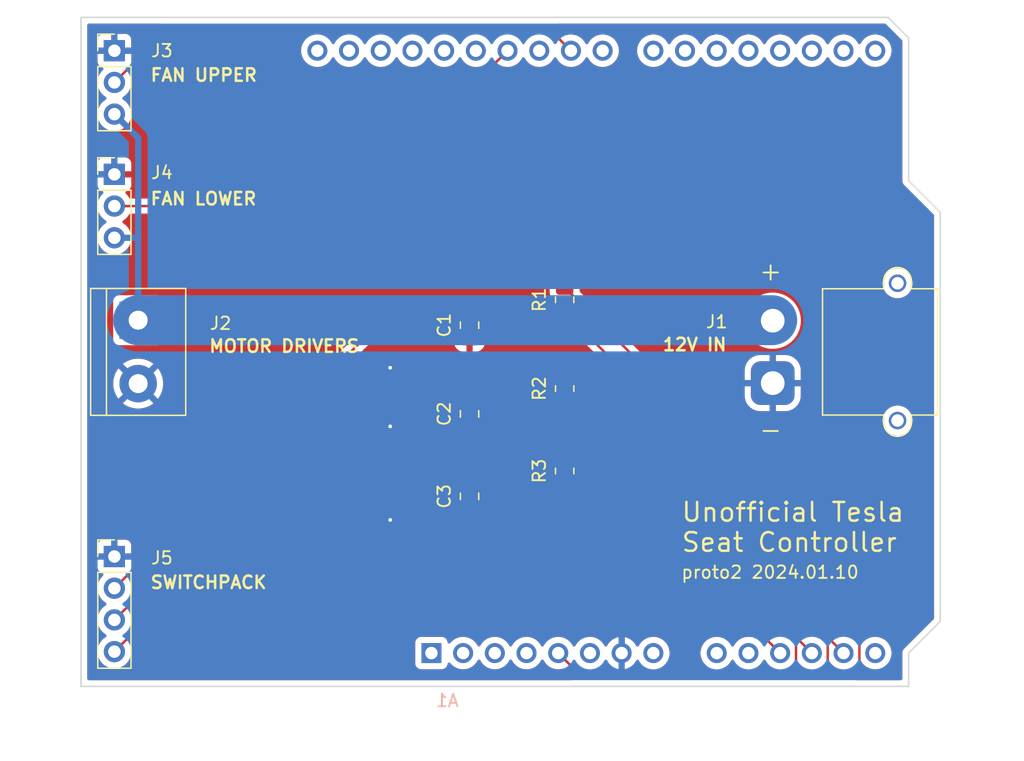
<source format=kicad_pcb>
(kicad_pcb (version 20241228) (generator "pcbnew") (generator_version "9.0")
  (title_block (date "2025-01-04") (rev "proto1"))
  (layers (0 "F.Cu" signal) (2 "B.Cu" signal) (13 "F.Paste" user) (15 "B.Paste" user) (5 "F.SilkS" user "F.Silkscreen") (7 "B.SilkS" user "B.Silkscreen") (1 "F.Mask" user) (3 "B.Mask" user) (25 "Edge.Cuts" user) (39 "User.1" signal) (41 "User.2" signal) (43 "User.3" signal) (45 "User.4" signal) (47 "User.5" signal) (49 "User.6" signal) (51 "User.7" signal) (53 "User.8" signal) (55 "User.9" signal))
  (net 0 "")
  (net 2 "/motor_s1_m1_dir")
  (net 5 "+5V")
  (net 7 "GND")
  (net 8 "/fan_lower_pwm")
  (net 13 "/motor_s1_m2_dir")
  (net 17 "/motor_s1_m1_pwm")
  (net 18 "+12V")
  (net 20 "/motor_s2_m1_dir")
  (net 22 "/fan_upper_pwm")
  (net 23 "/motor_s2_m2_dir")
  (net 24 "/switch_lumbar")
  (net 25 "/switch_backrest_track")
  (net 27 "/motor_s2_m2_pwm")
  (net 29 "/switch_tilt_lift")
  (net 30 "/motor_s1_m2_pwm")
  (net 31 "/motor_s2_m1_pwm")
  (footprint "Connector_AMASS:AMASS_XT30PW-M_1x02_P2.50mm_Horizontal" (layer "F.Cu") (at 157.647 96.734 -90)
    (property "Reference" "J1" (at -4.913 4.485 0) (layer "F.SilkS"))
    (property "Value" "12V In")
    (fp_line (start -7.56 -3.99) (end 2.56 -3.99) (stroke (width 0.12)) (layer "F.SilkS"))
    (fp_line (start -8.15 -8.89) (end -7.56 -8.89) (stroke (width 0.12)) (layer "F.SilkS"))
    (fp_line (start -7.56 -8.89) (end -7.56 -3.99) (stroke (width 0.12)) (layer "F.SilkS"))
    (fp_line (start 2.56 -8.89) (end 2.56 -3.99) (stroke (width 0.12)) (layer "F.SilkS"))
    (fp_line (start 2.56 -8.89) (end 3.15 -8.89) (stroke (width 0.12)) (layer "F.SilkS"))
    (fp_line (start -8.15 -11.11) (end -7.56 -11.11) (stroke (width 0.12)) (layer "F.SilkS"))
    (fp_line (start 2.56 -11.11) (end 3.15 -11.11) (stroke (width 0.12)) (layer "F.SilkS"))
    (fp_line (start -7.56 -13.21) (end -7.56 -11.11) (stroke (width 0.12)) (layer "F.SilkS"))
    (fp_line (start -7.56 -13.21) (end 2.56 -13.21) (stroke (width 0.12)) (layer "F.SilkS"))
    (fp_line (start 2.56 -13.21) (end 2.56 -11.11) (stroke (width 0.12)) (layer "F.SilkS"))
    (fp_arc (start -8.15 -8.89) (mid -9.26 -10) (end -8.15 -11.11) (stroke (width 0.12)) (layer "F.SilkS"))
    (fp_arc (start 3.15 -11.11) (mid 4.26 -10) (end 3.15 -8.89) (stroke (width 0.12)) (layer "F.SilkS"))
    (fp_text user "-" (at 3.723 0.167 0) (layer "F.SilkS") (effects (font (size 1.5 1.5))))
    (fp_text user "+" (at -8.977 0.167 0) (layer "F.SilkS") (effects (font (size 1.5 1.5))))
    (pad "" thru_hole circle (at -8 -10 270) (size 1.4 1.4) (drill 1) (layers "*.Cu" "*.Mask"))
    (pad "" thru_hole circle (at 3 -10 270) (size 1.4 1.4) (drill 1) (layers "*.Cu" "*.Mask"))
    (pad "1" thru_hole roundrect (at 0 0 270) (size 3.5 3.5) (drill 1.9) (layers "*.Cu" "*.Mask") (roundrect_rratio 0.22) (net 7 "GND"))
    (pad "2" thru_hole circle (at -5 0 270) (size 3.5 3.5) (drill 1.9) (layers "*.Cu" "*.Mask") (net 18 "+12V"))
  )
  (footprint "Capacitor_SMD:C_0805_2012Metric_Pad1.18x1.45mm_HandSolder" (layer "F.Cu") (at 133.358 99.203 -90)
    (property "Reference" "C2" (at 0 2.032 90) (layer "F.SilkS"))
    (property "Value" "100nF")
    (fp_line (start -0.261252 0.735) (end 0.261252 0.735) (stroke (width 0.12)) (layer "F.SilkS"))
    (fp_line (start -0.261252 -0.735) (end 0.261252 -0.735) (stroke (width 0.12)) (layer "F.SilkS"))
    (pad "1" smd roundrect (at -1.0375 0 270) (size 1.175 1.45) (layers "F.Cu" "F.Mask" "F.Paste") (roundrect_rratio 0.212766) (net 29 "/switch_tilt_lift"))
    (pad "2" smd roundrect (at 1.0375 0 270) (size 1.175 1.45) (layers "F.Cu" "F.Mask" "F.Paste") (roundrect_rratio 0.212766) (net 7 "GND"))
  )
  (footprint "Connector_PinHeader_2.54mm:PinHeader_1x04_P2.54mm_Vertical" (layer "F.Cu") (at 104.902 110.627)
    (property "Reference" "J5" (at 3.81 0.117 0) (layer "F.SilkS"))
    (property "Value" "Switchpack")
    (fp_line (start -1.33 -1.33) (end 0 -1.33) (stroke (width 0.12)) (layer "F.SilkS"))
    (fp_line (start -1.33 0) (end -1.33 -1.33) (stroke (width 0.12)) (layer "F.SilkS"))
    (fp_line (start -1.33 1.27) (end -1.33 8.95) (stroke (width 0.12)) (layer "F.SilkS"))
    (fp_line (start -1.33 1.27) (end 1.33 1.27) (stroke (width 0.12)) (layer "F.SilkS"))
    (fp_line (start -1.33 8.95) (end 1.33 8.95) (stroke (width 0.12)) (layer "F.SilkS"))
    (fp_line (start 1.33 1.27) (end 1.33 8.95) (stroke (width 0.12)) (layer "F.SilkS"))
    (pad "1" thru_hole rect (at 0 0) (size 1.7 1.7) (drill 1) (layers "*.Cu" "*.Mask") (net 7 "GND"))
    (pad "2" thru_hole oval (at 0 2.54) (size 1.7 1.7) (drill 1) (layers "*.Cu" "*.Mask") (net 24 "/switch_lumbar"))
    (pad "3" thru_hole oval (at 0 5.08) (size 1.7 1.7) (drill 1) (layers "*.Cu" "*.Mask") (net 29 "/switch_tilt_lift"))
    (pad "4" thru_hole oval (at 0 7.62) (size 1.7 1.7) (drill 1) (layers "*.Cu" "*.Mask") (net 25 "/switch_backrest_track"))
  )
  (footprint "Connector_PinHeader_2.54mm:PinHeader_1x03_P2.54mm_Vertical" (layer "F.Cu") (at 104.902 70.104)
    (property "Reference" "J3" (at 3.81 0 0) (layer "F.SilkS"))
    (property "Value" "Fan Upper")
    (fp_line (start -1.33 -1.33) (end 0 -1.33) (stroke (width 0.12)) (layer "F.SilkS"))
    (fp_line (start -1.33 0) (end -1.33 -1.33) (stroke (width 0.12)) (layer "F.SilkS"))
    (fp_line (start -1.33 1.27) (end -1.33 6.41) (stroke (width 0.12)) (layer "F.SilkS"))
    (fp_line (start -1.33 1.27) (end 1.33 1.27) (stroke (width 0.12)) (layer "F.SilkS"))
    (fp_line (start -1.33 6.41) (end 1.33 6.41) (stroke (width 0.12)) (layer "F.SilkS"))
    (fp_line (start 1.33 1.27) (end 1.33 6.41) (stroke (width 0.12)) (layer "F.SilkS"))
    (pad "1" thru_hole rect (at 0 0) (size 1.7 1.7) (drill 1) (layers "*.Cu" "*.Mask") (net 7 "GND"))
    (pad "2" thru_hole oval (at 0 2.54) (size 1.7 1.7) (drill 1) (layers "*.Cu" "*.Mask") (net 22 "/fan_upper_pwm"))
    (pad "3" thru_hole oval (at 0 5.08) (size 1.7 1.7) (drill 1) (layers "*.Cu" "*.Mask") (net 18 "+12V"))
  )
  (footprint "TerminalBlock:TerminalBlock_bornier-2_P5.08mm" (layer "F.Cu") (at 106.807 91.694 -90)
    (property "Reference" "J2" (at 0.254 -6.604 0) (layer "F.SilkS"))
    (property "Value" "Motor Driver")
    (fp_line (start -2.54 3.81) (end 7.62 3.81) (stroke (width 0.12)) (layer "F.SilkS"))
    (fp_line (start 7.62 3.81) (end 7.62 -3.81) (stroke (width 0.12)) (layer "F.SilkS"))
    (fp_line (start 7.62 2.54) (end -2.54 2.54) (stroke (width 0.12)) (layer "F.SilkS"))
    (fp_line (start -2.54 -3.81) (end -2.54 3.81) (stroke (width 0.12)) (layer "F.SilkS"))
    (fp_line (start 7.62 -3.81) (end -2.54 -3.81) (stroke (width 0.12)) (layer "F.SilkS"))
    (pad "1" thru_hole rect (at 0 0 270) (size 3 3) (drill 1.52) (layers "*.Cu" "*.Mask") (net 18 "+12V"))
    (pad "2" thru_hole circle (at 5.08 0 270) (size 3 3) (drill 1.52) (layers "*.Cu" "*.Mask") (net 7 "GND"))
  )
  (footprint "Capacitor_SMD:C_0805_2012Metric_Pad1.18x1.45mm_HandSolder" (layer "F.Cu") (at 133.358 105.807 -90)
    (property "Reference" "C3" (at 0 2.032 90) (layer "F.SilkS"))
    (property "Value" "100nF")
    (fp_line (start -0.261252 0.735) (end 0.261252 0.735) (stroke (width 0.12)) (layer "F.SilkS"))
    (fp_line (start -0.261252 -0.735) (end 0.261252 -0.735) (stroke (width 0.12)) (layer "F.SilkS"))
    (pad "1" smd roundrect (at -1.0375 0 270) (size 1.175 1.45) (layers "F.Cu" "F.Mask" "F.Paste") (roundrect_rratio 0.212766) (net 25 "/switch_backrest_track"))
    (pad "2" smd roundrect (at 1.0375 0 270) (size 1.175 1.45) (layers "F.Cu" "F.Mask" "F.Paste") (roundrect_rratio 0.212766) (net 7 "GND"))
  )
  (footprint "Resistor_SMD:R_0805_2012Metric_Pad1.20x1.40mm_HandSolder" (layer "F.Cu") (at 140.978 97.171 -90)
    (property "Reference" "R2" (at 0 2.032 90) (layer "F.SilkS"))
    (property "Value" "1K")
    (fp_line (start -0.227064 0.735) (end 0.227064 0.735) (stroke (width 0.12)) (layer "F.SilkS"))
    (fp_line (start -0.227064 -0.735) (end 0.227064 -0.735) (stroke (width 0.12)) (layer "F.SilkS"))
    (pad "1" smd roundrect (at -1 0 270) (size 1.2 1.4) (layers "F.Cu" "F.Mask" "F.Paste") (roundrect_rratio 0.208333) (net 5 "+5V"))
    (pad "2" smd roundrect (at 1 0 270) (size 1.2 1.4) (layers "F.Cu" "F.Mask" "F.Paste") (roundrect_rratio 0.208333) (net 29 "/switch_tilt_lift"))
  )
  (footprint "Resistor_SMD:R_0805_2012Metric_Pad1.20x1.40mm_HandSolder" (layer "F.Cu") (at 140.978 90.059 -90)
    (property "Reference" "R1" (at 0 2.032 90) (layer "F.SilkS"))
    (property "Value" "1K")
    (fp_line (start -0.227064 0.735) (end 0.227064 0.735) (stroke (width 0.12)) (layer "F.SilkS"))
    (fp_line (start -0.227064 -0.735) (end 0.227064 -0.735) (stroke (width 0.12)) (layer "F.SilkS"))
    (pad "1" smd roundrect (at -1 0 270) (size 1.2 1.4) (layers "F.Cu" "F.Mask" "F.Paste") (roundrect_rratio 0.208333) (net 5 "+5V"))
    (pad "2" smd roundrect (at 1 0 270) (size 1.2 1.4) (layers "F.Cu" "F.Mask" "F.Paste") (roundrect_rratio 0.208333) (net 24 "/switch_lumbar"))
  )
  (footprint "Resistor_SMD:R_0805_2012Metric_Pad1.20x1.40mm_HandSolder" (layer "F.Cu") (at 140.978 103.775 -90)
    (property "Reference" "R3" (at 0 2.032 90) (layer "F.SilkS"))
    (property "Value" "1K")
    (fp_line (start -0.227064 0.735) (end 0.227064 0.735) (stroke (width 0.12)) (layer "F.SilkS"))
    (fp_line (start -0.227064 -0.735) (end 0.227064 -0.735) (stroke (width 0.12)) (layer "F.SilkS"))
    (pad "1" smd roundrect (at -1 0 270) (size 1.2 1.4) (layers "F.Cu" "F.Mask" "F.Paste") (roundrect_rratio 0.208333) (net 5 "+5V"))
    (pad "2" smd roundrect (at 1 0 270) (size 1.2 1.4) (layers "F.Cu" "F.Mask" "F.Paste") (roundrect_rratio 0.208333) (net 25 "/switch_backrest_track"))
  )
  (footprint "Capacitor_SMD:C_0805_2012Metric_Pad1.18x1.45mm_HandSolder" (layer "F.Cu") (at 133.358 92.091 -90)
    (property "Reference" "C1" (at 0 2.032 90) (layer "F.SilkS"))
    (property "Value" "100nF")
    (fp_line (start -0.261252 0.735) (end 0.261252 0.735) (stroke (width 0.12)) (layer "F.SilkS"))
    (fp_line (start -0.261252 -0.735) (end 0.261252 -0.735) (stroke (width 0.12)) (layer "F.SilkS"))
    (pad "1" smd roundrect (at -1.0375 0 270) (size 1.175 1.45) (layers "F.Cu" "F.Mask" "F.Paste") (roundrect_rratio 0.212766) (net 24 "/switch_lumbar"))
    (pad "2" smd roundrect (at 1.0375 0 270) (size 1.175 1.45) (layers "F.Cu" "F.Mask" "F.Paste") (roundrect_rratio 0.212766) (net 7 "GND"))
  )
  (footprint "Connector_PinHeader_2.54mm:PinHeader_1x03_P2.54mm_Vertical" (layer "F.Cu") (at 104.902 80.01)
    (property "Reference" "J4" (at 3.81 -0.142 0) (layer "F.SilkS"))
    (property "Value" "Fan Lower")
    (fp_line (start -1.33 -1.33) (end 0 -1.33) (stroke (width 0.12)) (layer "F.SilkS"))
    (fp_line (start -1.33 0) (end -1.33 -1.33) (stroke (width 0.12)) (layer "F.SilkS"))
    (fp_line (start -1.33 1.27) (end -1.33 6.41) (stroke (width 0.12)) (layer "F.SilkS"))
    (fp_line (start -1.33 1.27) (end 1.33 1.27) (stroke (width 0.12)) (layer "F.SilkS"))
    (fp_line (start -1.33 6.41) (end 1.33 6.41) (stroke (width 0.12)) (layer "F.SilkS"))
    (fp_line (start 1.33 1.27) (end 1.33 6.41) (stroke (width 0.12)) (layer "F.SilkS"))
    (pad "1" thru_hole rect (at 0 0) (size 1.7 1.7) (drill 1) (layers "*.Cu" "*.Mask") (net 7 "GND"))
    (pad "2" thru_hole oval (at 0 2.54) (size 1.7 1.7) (drill 1) (layers "*.Cu" "*.Mask") (net 8 "/fan_lower_pwm"))
    (pad "3" thru_hole oval (at 0 5.08) (size 1.7 1.7) (drill 1) (layers "*.Cu" "*.Mask") (net 18 "+12V"))
  )
  (footprint "Module:Arduino_UNO_R3" (layer "B.Cu") (at 130.302 118.364)
    (property "Reference" "A1" (at 1.27 3.81 180) (layer "B.SilkS") (effects (justify mirror)))
    (property "Value" "Arduino_UNO_R3")
    (fp_line (start -28.07 -50.93) (end -28.07 2.67) (stroke (width 0.12)) (layer "Edge.Cuts"))
    (fp_line (start -28.07 2.67) (end 38.23 2.67) (stroke (width 0.12)) (layer "Edge.Cuts"))
    (fp_line (start 36.58 -50.93) (end -28.07 -50.93) (stroke (width 0.12)) (layer "Edge.Cuts"))
    (fp_line (start 38.23 -49.28) (end 36.58 -50.93) (stroke (width 0.12)) (layer "Edge.Cuts"))
    (fp_line (start 38.23 -37.85) (end 38.23 -49.28) (stroke (width 0.12)) (layer "Edge.Cuts"))
    (fp_line (start 38.23 0) (end 40.77 -2.54) (stroke (width 0.12)) (layer "Edge.Cuts"))
    (fp_line (start 38.23 2.67) (end 38.23 0) (stroke (width 0.12)) (layer "Edge.Cuts"))
    (fp_line (start 40.77 -35.31) (end 38.23 -37.85) (stroke (width 0.12)) (layer "Edge.Cuts"))
    (fp_line (start 40.77 -2.54) (end 40.77 -35.31) (stroke (width 0.12)) (layer "Edge.Cuts"))
    (pad "1" thru_hole rect (at 0 0 270) (size 1.6 1.6) (drill 1) (layers "*.Cu" "*.Mask"))
    (pad "2" thru_hole oval (at 2.54 0 270) (size 1.6 1.6) (drill 1) (layers "*.Cu" "*.Mask"))
    (pad "3" thru_hole oval (at 5.08 0 270) (size 1.6 1.6) (drill 1) (layers "*.Cu" "*.Mask"))
    (pad "4" thru_hole oval (at 7.62 0 270) (size 1.6 1.6) (drill 1) (layers "*.Cu" "*.Mask"))
    (pad "5" thru_hole oval (at 10.16 0 270) (size 1.6 1.6) (drill 1) (layers "*.Cu" "*.Mask") (net 5 "+5V"))
    (pad "6" thru_hole oval (at 12.7 0 270) (size 1.6 1.6) (drill 1) (layers "*.Cu" "*.Mask"))
    (pad "7" thru_hole oval (at 15.24 0 270) (size 1.6 1.6) (drill 1) (layers "*.Cu" "*.Mask") (net 7 "GND"))
    (pad "8" thru_hole oval (at 17.78 0 270) (size 1.6 1.6) (drill 1) (layers "*.Cu" "*.Mask"))
    (pad "9" thru_hole oval (at 22.86 0 270) (size 1.6 1.6) (drill 1) (layers "*.Cu" "*.Mask"))
    (pad "10" thru_hole oval (at 25.4 0 270) (size 1.6 1.6) (drill 1) (layers "*.Cu" "*.Mask"))
    (pad "11" thru_hole oval (at 27.94 0 270) (size 1.6 1.6) (drill 1) (layers "*.Cu" "*.Mask") (net 25 "/switch_backrest_track"))
    (pad "12" thru_hole oval (at 30.48 0 270) (size 1.6 1.6) (drill 1) (layers "*.Cu" "*.Mask") (net 29 "/switch_tilt_lift"))
    (pad "13" thru_hole oval (at 33.02 0 270) (size 1.6 1.6) (drill 1) (layers "*.Cu" "*.Mask") (net 24 "/switch_lumbar"))
    (pad "14" thru_hole oval (at 35.56 0 270) (size 1.6 1.6) (drill 1) (layers "*.Cu" "*.Mask"))
    (pad "15" thru_hole oval (at 35.56 -48.26 270) (size 1.6 1.6) (drill 1) (layers "*.Cu" "*.Mask"))
    (pad "16" thru_hole oval (at 33.02 -48.26 270) (size 1.6 1.6) (drill 1) (layers "*.Cu" "*.Mask"))
    (pad "17" thru_hole oval (at 30.48 -48.26 270) (size 1.6 1.6) (drill 1) (layers "*.Cu" "*.Mask") (net 2 "/motor_s1_m1_dir"))
    (pad "18" thru_hole oval (at 27.94 -48.26 270) (size 1.6 1.6) (drill 1) (layers "*.Cu" "*.Mask") (net 17 "/motor_s1_m1_pwm"))
    (pad "19" thru_hole oval (at 25.4 -48.26 270) (size 1.6 1.6) (drill 1) (layers "*.Cu" "*.Mask") (net 20 "/motor_s2_m1_dir"))
    (pad "20" thru_hole oval (at 22.86 -48.26 270) (size 1.6 1.6) (drill 1) (layers "*.Cu" "*.Mask") (net 31 "/motor_s2_m1_pwm"))
    (pad "21" thru_hole oval (at 20.32 -48.26 270) (size 1.6 1.6) (drill 1) (layers "*.Cu" "*.Mask") (net 30 "/motor_s1_m2_pwm"))
    (pad "22" thru_hole oval (at 17.78 -48.26 270) (size 1.6 1.6) (drill 1) (layers "*.Cu" "*.Mask") (net 13 "/motor_s1_m2_dir"))
    (pad "23" thru_hole oval (at 13.72 -48.26 270) (size 1.6 1.6) (drill 1) (layers "*.Cu" "*.Mask"))
    (pad "24" thru_hole oval (at 11.18 -48.26 270) (size 1.6 1.6) (drill 1) (layers "*.Cu" "*.Mask") (net 22 "/fan_upper_pwm"))
    (pad "25" thru_hole oval (at 8.64 -48.26 270) (size 1.6 1.6) (drill 1) (layers "*.Cu" "*.Mask") (net 27 "/motor_s2_m2_pwm"))
    (pad "26" thru_hole oval (at 6.1 -48.26 270) (size 1.6 1.6) (drill 1) (layers "*.Cu" "*.Mask") (net 8 "/fan_lower_pwm"))
    (pad "27" thru_hole oval (at 3.56 -48.26 270) (size 1.6 1.6) (drill 1) (layers "*.Cu" "*.Mask") (net 23 "/motor_s2_m2_dir"))
    (pad "28" thru_hole oval (at 1.02 -48.26 270) (size 1.6 1.6) (drill 1) (layers "*.Cu" "*.Mask"))
    (pad "29" thru_hole oval (at -1.52 -48.26 270) (size 1.6 1.6) (drill 1) (layers "*.Cu" "*.Mask"))
    (pad "30" thru_hole oval (at -4.06 -48.26 270) (size 1.6 1.6) (drill 1) (layers "*.Cu" "*.Mask"))
    (pad "31" thru_hole oval (at -6.6 -48.26 270) (size 1.6 1.6) (drill 1) (layers "*.Cu" "*.Mask"))
    (pad "32" thru_hole oval (at -9.14 -48.26 270) (size 1.6 1.6) (drill 1) (layers "*.Cu" "*.Mask"))
  )
  (gr_text "proto2 2024.01.10" (at 150.241 111.887 0) (layer "F.SilkS") (effects (font (size 1 1)) (justify left)))
  (gr_text "MOTOR DRIVERS" (at 112.395 94.361 0) (layer "F.SilkS") (effects (font (size 1 1) (thickness 0.2) (bold yes)) (justify left bottom)))
  (gr_text "12V IN" (at 154.051 94.234 0) (layer "F.SilkS") (effects (font (size 1 1) (thickness 0.2) (bold yes)) (justify right bottom)))
  (gr_text "Unofficial Tesla\nSeat Controller" (at 150.241 110.363 0) (layer "F.SilkS") (effects (font (size 1.5 1.5) (thickness 0.2)) (justify left bottom)))
  (gr_text "SWITCHPACK" (at 107.696 113.284 0) (layer "F.SilkS") (effects (font (size 1 1) (thickness 0.2) (bold yes)) (justify left bottom)))
  (gr_text "FAN UPPER" (at 107.696 72.644 0) (layer "F.SilkS") (effects (font (size 1 1) (thickness 0.2) (bold yes)) (justify left bottom)))
  (gr_text "FAN LOWER" (at 107.696 82.55 0) (layer "F.SilkS") (effects (font (size 1 1) (thickness 0.2) (bold yes)) (justify left bottom)))
  (segment (start 164.592 119.126) (end 163.576 120.142) (width 0.2) (layer "F.Cu") (net 5))
  (segment (start 147.097635 100.076) (end 164.592 117.570365) (width 0.2) (layer "F.Cu") (net 5))
  (segment (start 162.052 117.659685) (end 162.052 119.126) (width 0.2) (layer "F.Cu") (net 5))
  (segment (start 144.627314 102.775) (end 159.512 117.659686) (width 0.2) (layer "F.Cu") (net 5))
  (segment (start 161.036 120.142) (end 158.496 120.142) (width 0.2) (layer "F.Cu") (net 5))
  (segment (start 162.052 119.126) (end 161.036 120.142) (width 0.2) (layer "F.Cu") (net 5))
  (segment (start 163.576 120.142) (end 161.036 120.142) (width 0.2) (layer "F.Cu") (net 5))
  (segment (start 140.978 102.775) (end 144.627314 102.775) (width 0.2) (layer "F.Cu") (net 5))
  (segment (start 164.592 117.570365) (end 164.592 119.126) (width 0.2) (layer "F.Cu") (net 5))
  (segment (start 142.24 120.142) (end 140.462 118.364) (width 0.2) (layer "F.Cu") (net 5))
  (segment (start 140.978 96.171) (end 140.978 96.585685) (width 0.2) (layer "F.Cu") (net 5))
  (segment (start 147.097635 95.178635) (end 147.097635 100.076) (width 0.2) (layer "F.Cu") (net 5))
  (segment (start 159.512 119.126) (end 158.496 120.142) (width 0.2) (layer "F.Cu") (net 5))
  (segment (start 140.978 96.585685) (end 162.052 117.659685) (width 0.2) (layer "F.Cu") (net 5))
  (segment (start 159.512 117.659686) (end 159.512 119.126) (width 0.2) (layer "F.Cu") (net 5))
  (segment (start 147.097635 95.178635) (end 140.978 89.059) (width 0.2) (layer "F.Cu") (net 5))
  (segment (start 158.496 120.142) (end 142.24 120.142) (width 0.2) (layer "F.Cu") (net 5))
  (via (at 127 107.696) (size 0.6) (drill 0.3) (layers "F.Cu" "B.Cu") (net 7))
  (via (at 127 95.504) (size 0.6) (drill 0.3) (layers "F.Cu" "B.Cu") (net 7))
  (via (at 127 100.203) (size 0.6) (drill 0.3) (layers "F.Cu" "B.Cu") (net 7))
  (segment (start 104.902 82.55) (end 114.554 82.55) (width 0.2) (layer "F.Cu") (net 8))
  (segment (start 122.936 74.168) (end 132.338 74.168) (width 0.2) (layer "F.Cu") (net 8))
  (segment (start 114.554 82.55) (end 122.936 74.168) (width 0.2) (layer "F.Cu") (net 8))
  (segment (start 132.338 74.168) (end 136.402 70.104) (width 0.2) (layer "F.Cu") (net 8))
  (segment (start 106.807 91.694) (end 157.607 91.694) (width 4) (layer "B.Cu") (net 18))
  (segment (start 157.607 91.694) (end 157.647 91.734) (width 0.5) (layer "B.Cu") (net 18))
  (segment (start 104.902 75.184) (end 106.807 77.089) (width 0.5) (layer "B.Cu") (net 18))
  (segment (start 104.902 85.09) (end 106.68 85.09) (width 0.5) (layer "B.Cu") (net 18))
  (segment (start 106.807 77.089) (end 106.807 84.963) (width 0.5) (layer "B.Cu") (net 18))
  (segment (start 106.68 85.09) (end 106.807 84.963) (width 0.5) (layer "B.Cu") (net 18))
  (segment (start 106.807 84.963) (end 106.807 91.694) (width 0.5) (layer "B.Cu") (net 18))
  (segment (start 109.22 68.326) (end 139.704 68.326) (width 0.2) (layer "F.Cu") (net 22))
  (segment (start 139.704 68.326) (end 141.482 70.104) (width 0.2) (layer "F.Cu") (net 22))
  (segment (start 104.902 72.644) (end 109.22 68.326) (width 0.2) (layer "F.Cu") (net 22))
  (segment (start 163.322 118.364) (end 163.322 118.11) (width 0.2) (layer "F.Cu") (net 24))
  (segment (start 140.978 91.059) (end 145.288 95.369) (width 0.2) (layer "F.Cu") (net 24))
  (segment (start 133.8445 91.0535) (end 133.85 91.059) (width 0.2) (layer "F.Cu") (net 24))
  (segment (start 104.902 113.167) (end 127.0155 91.0535) (width 0.2) (layer "F.Cu") (net 24))
  (segment (start 133.358 91.0535) (end 133.8445 91.0535) (width 0.2) (layer "F.Cu") (net 24))
  (segment (start 133.85 91.059) (end 140.978 91.059) (width 0.2) (layer "F.Cu") (net 24))
  (segment (start 145.288 100.33) (end 163.322 118.364) (width 0.2) (layer "F.Cu") (net 24))
  (segment (start 127.0155 91.0535) (end 133.358 91.0535) (width 0.2) (layer "F.Cu") (net 24))
  (segment (start 145.288 95.369) (end 145.288 100.33) (width 0.2) (layer "F.Cu") (net 24))
  (segment (start 104.902 118.247) (end 118.3795 104.7695) (width 0.2) (layer "F.Cu") (net 25))
  (segment (start 140.978 104.775) (end 144.653 104.775) (width 0.2) (layer "F.Cu") (net 25))
  (segment (start 133.8445 104.7695) (end 133.85 104.775) (width 0.2) (layer "F.Cu") (net 25))
  (segment (start 118.3795 104.7695) (end 133.358 104.7695) (width 0.2) (layer "F.Cu") (net 25))
  (segment (start 133.85 104.775) (end 140.978 104.775) (width 0.2) (layer "F.Cu") (net 25))
  (segment (start 133.358 104.7695) (end 133.8445 104.7695) (width 0.2) (layer "F.Cu") (net 25))
  (segment (start 144.653 104.775) (end 158.242 118.364) (width 0.2) (layer "F.Cu") (net 25))
  (segment (start 140.978 98.56) (end 160.782 118.364) (width 0.2) (layer "F.Cu") (net 29))
  (segment (start 104.902 115.707) (end 122.4435 98.1655) (width 0.2) (layer "F.Cu") (net 29))
  (segment (start 133.85 98.171) (end 140.978 98.171) (width 0.2) (layer "F.Cu") (net 29))
  (segment (start 122.4435 98.1655) (end 133.358 98.1655) (width 0.2) (layer "F.Cu") (net 29))
  (segment (start 133.8445 98.1655) (end 133.85 98.171) (width 0.2) (layer "F.Cu") (net 29))
  (segment (start 133.358 98.1655) (end 133.8445 98.1655) (width 0.2) (layer "F.Cu") (net 29))
  (segment (start 140.978 98.171) (end 140.978 98.56) (width 0.2) (layer "F.Cu") (net 29))
  (zone (net 7) (net_name "GND") (layers "F&B.Cu") (connect_pads (clearance 0.5)) (min_thickness 0.25) (fill yes (thermal_gap 0.5) (thermal_bridge_width 0.5))
    (polygon (pts (xy 96.52 66.04) (xy 177.8 66.04) (xy 177.8 127) (xy 96.52 127)))
  )
)
</source>
